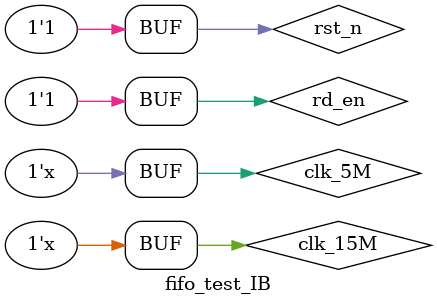
<source format=v>
`timescale 1ns / 1ps


module fifo_test_IB(

    );
    reg clk_15M;
    reg clk_5M;
    reg rst_n; // È«¾Ö¸´Î»ÐÅºÅ
    reg wr_en; // Ð´Ê¹ÄÜ
    reg rd_en; // ¶ÁÊ¹ÄÜ
    reg[17:0] wr_data;
    wire[17:0] rd_data;
    wire wr_full;
    wire wr_almost_full;
    wire rd_empty;
    wire rd_almost_empty;
    reg[16:0] cnt;
    wire[9:0] rd_data_count;
    wire[9:0] wr_data_count;
  fifo_generator_0 fifo1(
    .rst(~rst_n),
    .wr_clk(clk_15M),
    .rd_clk(clk_5M),
    .din(wr_data),
    .wr_en(wr_en),
    .rd_en(rd_en),    
    .dout(rd_data),
    .full(wr_full),
    .almost_full(wr_almost_full),
    .empty(rd_empty),
    .almost_empty(rd_almost_empty),
    .rd_data_count(rd_data_count),
    .wr_data_count(wr_data_count));
    always #15 clk_5M = ~clk_5M; //¶ÁÊ±ÖÓ
    always #5 clk_15M = ~clk_15M; //Ð´Ê±ÖÓ
    initial
    begin
    rst_n = 0; clk_15M = 0;
    clk_5M = 1; wr_en = 0;
    rd_en = 0;
    #25 rst_n = 1;
    wr_en=1;rd_en=1;
    end
    always @(posedge clk_15M or negedge rst_n)
    begin
    if(!rst_n)
    wr_data <= 8'd0;
    else
    wr_data <= cnt;
    end
    always @(posedge clk_15M or negedge rst_n)
    begin
    if(!rst_n)
    cnt <= 16'd0;
    else if (cnt == 16'd2048)
    wr_en = 0;
    else
    cnt <= cnt + 1'b1;
    end
endmodule

</source>
